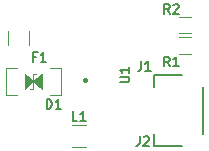
<source format=gto>
G04 #@! TF.GenerationSoftware,KiCad,Pcbnew,(5.1.4)-1*
G04 #@! TF.CreationDate,2022-05-10T00:39:04+09:00*
G04 #@! TF.ProjectId,Unified-Daughterboard,556e6966-6965-4642-9d44-617567687465,C3*
G04 #@! TF.SameCoordinates,Original*
G04 #@! TF.FileFunction,Legend,Top*
G04 #@! TF.FilePolarity,Positive*
%FSLAX46Y46*%
G04 Gerber Fmt 4.6, Leading zero omitted, Abs format (unit mm)*
G04 Created by KiCad (PCBNEW (5.1.4)-1) date 2022-05-10 00:39:04*
%MOMM*%
%LPD*%
G04 APERTURE LIST*
%ADD10C,0.400000*%
%ADD11C,0.120000*%
%ADD12C,0.101600*%
%ADD13C,0.100000*%
%ADD14C,0.150000*%
%ADD15C,0.352000*%
%ADD16R,0.352000X0.652000*%
%ADD17R,0.402000X0.652000*%
%ADD18C,1.352000*%
%ADD19R,0.602000X1.002000*%
%ADD20C,1.102000*%
%ADD21O,1.202000X2.302000*%
%ADD22O,1.402000X2.002000*%
%ADD23C,0.752000*%
%ADD24C,0.702000*%
%ADD25C,0.402000*%
%ADD26C,3.102000*%
%ADD27C,3.602001*%
%ADD28R,1.652000X0.702000*%
%ADD29R,1.902000X1.302000*%
G04 APERTURE END LIST*
D10*
X73502500Y-66743000D02*
G75*
G03X73502500Y-66743000I0J0D01*
G01*
D11*
X73627064Y-70591000D02*
X72422936Y-70591000D01*
X73627064Y-72411000D02*
X72422936Y-72411000D01*
X81502500Y-61463000D02*
X82502500Y-61463000D01*
X82502500Y-62823000D02*
X81502500Y-62823000D01*
X66980500Y-62604936D02*
X66980500Y-63809064D01*
X68800500Y-62604936D02*
X68800500Y-63809064D01*
D12*
X71509500Y-68040000D02*
X70559500Y-68040000D01*
X71509500Y-65740000D02*
X70559500Y-65740000D01*
X71509500Y-65740000D02*
X71509500Y-68040000D01*
X66809500Y-68040000D02*
X67759500Y-68040000D01*
X66809500Y-65740000D02*
X67759500Y-65740000D01*
X66809500Y-68040000D02*
X66809500Y-65740000D01*
D13*
G36*
X69159500Y-66890000D02*
G01*
X69870500Y-66290000D01*
X69870500Y-67490000D01*
X69159500Y-66890000D01*
G37*
X69159500Y-66890000D02*
X69870500Y-66290000D01*
X69870500Y-67490000D01*
X69159500Y-66890000D01*
G36*
X69159500Y-66890000D02*
G01*
X68448500Y-67490000D01*
X68448500Y-66290000D01*
X69159500Y-66890000D01*
G37*
X69159500Y-66890000D02*
X68448500Y-67490000D01*
X68448500Y-66290000D01*
X69159500Y-66890000D01*
D11*
X69159500Y-66255000D02*
X69159500Y-67525000D01*
X69159500Y-67525000D02*
X68905500Y-67525000D01*
X69159500Y-66255000D02*
X69413500Y-66255000D01*
D14*
X79352500Y-72341000D02*
X79352500Y-71341000D01*
X81752500Y-72341000D02*
X79352500Y-72341000D01*
X83552500Y-67341000D02*
X83552500Y-71341000D01*
X79352500Y-66341000D02*
X81752500Y-66341000D01*
X79352500Y-67341000D02*
X79352500Y-66341000D01*
D11*
X82502500Y-64523000D02*
X81502500Y-64523000D01*
X81502500Y-63163000D02*
X82502500Y-63163000D01*
D14*
X76469404Y-66952523D02*
X77117023Y-66952523D01*
X77193214Y-66914428D01*
X77231309Y-66876333D01*
X77269404Y-66800142D01*
X77269404Y-66647761D01*
X77231309Y-66571571D01*
X77193214Y-66533476D01*
X77117023Y-66495380D01*
X76469404Y-66495380D01*
X77269404Y-65695380D02*
X77269404Y-66152523D01*
X77269404Y-65923952D02*
X76469404Y-65923952D01*
X76583690Y-66000142D01*
X76659880Y-66076333D01*
X76697976Y-66152523D01*
X72891666Y-70211904D02*
X72510714Y-70211904D01*
X72510714Y-69411904D01*
X73577380Y-70211904D02*
X73120238Y-70211904D01*
X73348809Y-70211904D02*
X73348809Y-69411904D01*
X73272619Y-69526190D01*
X73196428Y-69602380D01*
X73120238Y-69640476D01*
X80711166Y-61140904D02*
X80444500Y-60759952D01*
X80254023Y-61140904D02*
X80254023Y-60340904D01*
X80558785Y-60340904D01*
X80634976Y-60379000D01*
X80673071Y-60417095D01*
X80711166Y-60493285D01*
X80711166Y-60607571D01*
X80673071Y-60683761D01*
X80634976Y-60721857D01*
X80558785Y-60759952D01*
X80254023Y-60759952D01*
X81015928Y-60417095D02*
X81054023Y-60379000D01*
X81130214Y-60340904D01*
X81320690Y-60340904D01*
X81396880Y-60379000D01*
X81434976Y-60417095D01*
X81473071Y-60493285D01*
X81473071Y-60569476D01*
X81434976Y-60683761D01*
X80977833Y-61140904D01*
X81473071Y-61140904D01*
X69401833Y-64785857D02*
X69135166Y-64785857D01*
X69135166Y-65204904D02*
X69135166Y-64404904D01*
X69516119Y-64404904D01*
X70239928Y-65204904D02*
X69782785Y-65204904D01*
X70011357Y-65204904D02*
X70011357Y-64404904D01*
X69935166Y-64519190D01*
X69858976Y-64595380D01*
X69782785Y-64633476D01*
X70274523Y-69195904D02*
X70274523Y-68395904D01*
X70465000Y-68395904D01*
X70579285Y-68434000D01*
X70655476Y-68510190D01*
X70693571Y-68586380D01*
X70731666Y-68738761D01*
X70731666Y-68853047D01*
X70693571Y-69005428D01*
X70655476Y-69081619D01*
X70579285Y-69157809D01*
X70465000Y-69195904D01*
X70274523Y-69195904D01*
X71493571Y-69195904D02*
X71036428Y-69195904D01*
X71265000Y-69195904D02*
X71265000Y-68395904D01*
X71188809Y-68510190D01*
X71112619Y-68586380D01*
X71036428Y-68624476D01*
X78291833Y-65166904D02*
X78291833Y-65738333D01*
X78253738Y-65852619D01*
X78177547Y-65928809D01*
X78063261Y-65966904D01*
X77987071Y-65966904D01*
X79091833Y-65966904D02*
X78634690Y-65966904D01*
X78863261Y-65966904D02*
X78863261Y-65166904D01*
X78787071Y-65281190D01*
X78710880Y-65357380D01*
X78634690Y-65395476D01*
X78164833Y-71516904D02*
X78164833Y-72088333D01*
X78126738Y-72202619D01*
X78050547Y-72278809D01*
X77936261Y-72316904D01*
X77860071Y-72316904D01*
X78507690Y-71593095D02*
X78545785Y-71555000D01*
X78621976Y-71516904D01*
X78812452Y-71516904D01*
X78888642Y-71555000D01*
X78926738Y-71593095D01*
X78964833Y-71669285D01*
X78964833Y-71745476D01*
X78926738Y-71859761D01*
X78469595Y-72316904D01*
X78964833Y-72316904D01*
X80711166Y-65585904D02*
X80444500Y-65204952D01*
X80254023Y-65585904D02*
X80254023Y-64785904D01*
X80558785Y-64785904D01*
X80634976Y-64824000D01*
X80673071Y-64862095D01*
X80711166Y-64938285D01*
X80711166Y-65052571D01*
X80673071Y-65128761D01*
X80634976Y-65166857D01*
X80558785Y-65204952D01*
X80254023Y-65204952D01*
X81473071Y-65585904D02*
X81015928Y-65585904D01*
X81244500Y-65585904D02*
X81244500Y-64785904D01*
X81168309Y-64900190D01*
X81092119Y-64976380D01*
X81015928Y-65014476D01*
%LPC*%
D13*
G36*
X74019752Y-66402847D02*
G01*
X74036837Y-66405382D01*
X74053591Y-66409579D01*
X74069853Y-66415397D01*
X74085467Y-66422782D01*
X74100281Y-66431661D01*
X74114154Y-66441950D01*
X74126952Y-66453549D01*
X74138551Y-66466347D01*
X74148840Y-66480220D01*
X74157719Y-66495034D01*
X74165104Y-66510648D01*
X74170922Y-66526910D01*
X74175119Y-66543664D01*
X74177654Y-66560749D01*
X74178501Y-66578000D01*
X74178501Y-66878000D01*
X74177654Y-66895251D01*
X74175119Y-66912336D01*
X74170922Y-66929090D01*
X74165104Y-66945352D01*
X74157719Y-66960966D01*
X74148840Y-66975780D01*
X74138551Y-66989653D01*
X74126952Y-67002451D01*
X74114154Y-67014050D01*
X74100281Y-67024339D01*
X74085467Y-67033218D01*
X74069853Y-67040603D01*
X74053591Y-67046421D01*
X74036837Y-67050618D01*
X74019752Y-67053153D01*
X74002501Y-67054000D01*
X74002499Y-67054000D01*
X73985248Y-67053153D01*
X73968163Y-67050618D01*
X73951409Y-67046421D01*
X73935147Y-67040603D01*
X73919533Y-67033218D01*
X73904719Y-67024339D01*
X73890846Y-67014050D01*
X73878048Y-67002451D01*
X73866449Y-66989653D01*
X73856160Y-66975780D01*
X73847281Y-66960966D01*
X73839896Y-66945352D01*
X73834078Y-66929090D01*
X73829881Y-66912336D01*
X73827346Y-66895251D01*
X73826499Y-66878000D01*
X73826499Y-66578000D01*
X73827346Y-66560749D01*
X73829881Y-66543664D01*
X73834078Y-66526910D01*
X73839896Y-66510648D01*
X73847281Y-66495034D01*
X73856160Y-66480220D01*
X73866449Y-66466347D01*
X73878048Y-66453549D01*
X73890846Y-66441950D01*
X73904719Y-66431661D01*
X73919533Y-66422782D01*
X73935147Y-66415397D01*
X73951409Y-66409579D01*
X73968163Y-66405382D01*
X73985248Y-66402847D01*
X74002499Y-66402000D01*
X74002501Y-66402000D01*
X74019752Y-66402847D01*
X74019752Y-66402847D01*
G37*
D15*
X74002500Y-66728000D03*
D16*
X74502500Y-66728000D03*
D17*
X75002500Y-66728000D03*
D16*
X75502500Y-66728000D03*
X76002500Y-66728000D03*
X74502500Y-65958000D03*
X76002500Y-65958000D03*
X75502500Y-65958000D03*
X74002500Y-65958000D03*
D17*
X75002500Y-65958000D03*
D13*
G36*
X72057104Y-70576302D02*
G01*
X72083352Y-70580196D01*
X72109093Y-70586643D01*
X72134078Y-70595583D01*
X72158066Y-70606928D01*
X72180826Y-70620571D01*
X72202140Y-70636378D01*
X72221802Y-70654198D01*
X72239622Y-70673860D01*
X72255429Y-70695174D01*
X72269072Y-70717934D01*
X72280417Y-70741922D01*
X72289357Y-70766907D01*
X72295804Y-70792648D01*
X72299698Y-70818896D01*
X72301000Y-70845400D01*
X72301000Y-72156600D01*
X72299698Y-72183104D01*
X72295804Y-72209352D01*
X72289357Y-72235093D01*
X72280417Y-72260078D01*
X72269072Y-72284066D01*
X72255429Y-72306826D01*
X72239622Y-72328140D01*
X72221802Y-72347802D01*
X72202140Y-72365622D01*
X72180826Y-72381429D01*
X72158066Y-72395072D01*
X72134078Y-72406417D01*
X72109093Y-72415357D01*
X72083352Y-72421804D01*
X72057104Y-72425698D01*
X72030600Y-72427000D01*
X71219400Y-72427000D01*
X71192896Y-72425698D01*
X71166648Y-72421804D01*
X71140907Y-72415357D01*
X71115922Y-72406417D01*
X71091934Y-72395072D01*
X71069174Y-72381429D01*
X71047860Y-72365622D01*
X71028198Y-72347802D01*
X71010378Y-72328140D01*
X70994571Y-72306826D01*
X70980928Y-72284066D01*
X70969583Y-72260078D01*
X70960643Y-72235093D01*
X70954196Y-72209352D01*
X70950302Y-72183104D01*
X70949000Y-72156600D01*
X70949000Y-70845400D01*
X70950302Y-70818896D01*
X70954196Y-70792648D01*
X70960643Y-70766907D01*
X70969583Y-70741922D01*
X70980928Y-70717934D01*
X70994571Y-70695174D01*
X71010378Y-70673860D01*
X71028198Y-70654198D01*
X71047860Y-70636378D01*
X71069174Y-70620571D01*
X71091934Y-70606928D01*
X71115922Y-70595583D01*
X71140907Y-70586643D01*
X71166648Y-70580196D01*
X71192896Y-70576302D01*
X71219400Y-70575000D01*
X72030600Y-70575000D01*
X72057104Y-70576302D01*
X72057104Y-70576302D01*
G37*
D18*
X71625000Y-71501000D03*
D13*
G36*
X74857104Y-70576302D02*
G01*
X74883352Y-70580196D01*
X74909093Y-70586643D01*
X74934078Y-70595583D01*
X74958066Y-70606928D01*
X74980826Y-70620571D01*
X75002140Y-70636378D01*
X75021802Y-70654198D01*
X75039622Y-70673860D01*
X75055429Y-70695174D01*
X75069072Y-70717934D01*
X75080417Y-70741922D01*
X75089357Y-70766907D01*
X75095804Y-70792648D01*
X75099698Y-70818896D01*
X75101000Y-70845400D01*
X75101000Y-72156600D01*
X75099698Y-72183104D01*
X75095804Y-72209352D01*
X75089357Y-72235093D01*
X75080417Y-72260078D01*
X75069072Y-72284066D01*
X75055429Y-72306826D01*
X75039622Y-72328140D01*
X75021802Y-72347802D01*
X75002140Y-72365622D01*
X74980826Y-72381429D01*
X74958066Y-72395072D01*
X74934078Y-72406417D01*
X74909093Y-72415357D01*
X74883352Y-72421804D01*
X74857104Y-72425698D01*
X74830600Y-72427000D01*
X74019400Y-72427000D01*
X73992896Y-72425698D01*
X73966648Y-72421804D01*
X73940907Y-72415357D01*
X73915922Y-72406417D01*
X73891934Y-72395072D01*
X73869174Y-72381429D01*
X73847860Y-72365622D01*
X73828198Y-72347802D01*
X73810378Y-72328140D01*
X73794571Y-72306826D01*
X73780928Y-72284066D01*
X73769583Y-72260078D01*
X73760643Y-72235093D01*
X73754196Y-72209352D01*
X73750302Y-72183104D01*
X73749000Y-72156600D01*
X73749000Y-70845400D01*
X73750302Y-70818896D01*
X73754196Y-70792648D01*
X73760643Y-70766907D01*
X73769583Y-70741922D01*
X73780928Y-70717934D01*
X73794571Y-70695174D01*
X73810378Y-70673860D01*
X73828198Y-70654198D01*
X73847860Y-70636378D01*
X73869174Y-70620571D01*
X73891934Y-70606928D01*
X73915922Y-70595583D01*
X73940907Y-70586643D01*
X73966648Y-70580196D01*
X73992896Y-70576302D01*
X74019400Y-70575000D01*
X74830600Y-70575000D01*
X74857104Y-70576302D01*
X74857104Y-70576302D01*
G37*
D18*
X74425000Y-71501000D03*
D19*
X81252500Y-62143000D03*
X82752500Y-62143000D03*
D13*
G36*
X68572604Y-63932302D02*
G01*
X68598852Y-63936196D01*
X68624593Y-63942643D01*
X68649578Y-63951583D01*
X68673566Y-63962928D01*
X68696326Y-63976571D01*
X68717640Y-63992378D01*
X68737302Y-64010198D01*
X68755122Y-64029860D01*
X68770929Y-64051174D01*
X68784572Y-64073934D01*
X68795917Y-64097922D01*
X68804857Y-64122907D01*
X68811304Y-64148648D01*
X68815198Y-64174896D01*
X68816500Y-64201400D01*
X68816500Y-65012600D01*
X68815198Y-65039104D01*
X68811304Y-65065352D01*
X68804857Y-65091093D01*
X68795917Y-65116078D01*
X68784572Y-65140066D01*
X68770929Y-65162826D01*
X68755122Y-65184140D01*
X68737302Y-65203802D01*
X68717640Y-65221622D01*
X68696326Y-65237429D01*
X68673566Y-65251072D01*
X68649578Y-65262417D01*
X68624593Y-65271357D01*
X68598852Y-65277804D01*
X68572604Y-65281698D01*
X68546100Y-65283000D01*
X67234900Y-65283000D01*
X67208396Y-65281698D01*
X67182148Y-65277804D01*
X67156407Y-65271357D01*
X67131422Y-65262417D01*
X67107434Y-65251072D01*
X67084674Y-65237429D01*
X67063360Y-65221622D01*
X67043698Y-65203802D01*
X67025878Y-65184140D01*
X67010071Y-65162826D01*
X66996428Y-65140066D01*
X66985083Y-65116078D01*
X66976143Y-65091093D01*
X66969696Y-65065352D01*
X66965802Y-65039104D01*
X66964500Y-65012600D01*
X66964500Y-64201400D01*
X66965802Y-64174896D01*
X66969696Y-64148648D01*
X66976143Y-64122907D01*
X66985083Y-64097922D01*
X66996428Y-64073934D01*
X67010071Y-64051174D01*
X67025878Y-64029860D01*
X67043698Y-64010198D01*
X67063360Y-63992378D01*
X67084674Y-63976571D01*
X67107434Y-63962928D01*
X67131422Y-63951583D01*
X67156407Y-63942643D01*
X67182148Y-63936196D01*
X67208396Y-63932302D01*
X67234900Y-63931000D01*
X68546100Y-63931000D01*
X68572604Y-63932302D01*
X68572604Y-63932302D01*
G37*
D18*
X67890500Y-64607000D03*
D13*
G36*
X68572604Y-61132302D02*
G01*
X68598852Y-61136196D01*
X68624593Y-61142643D01*
X68649578Y-61151583D01*
X68673566Y-61162928D01*
X68696326Y-61176571D01*
X68717640Y-61192378D01*
X68737302Y-61210198D01*
X68755122Y-61229860D01*
X68770929Y-61251174D01*
X68784572Y-61273934D01*
X68795917Y-61297922D01*
X68804857Y-61322907D01*
X68811304Y-61348648D01*
X68815198Y-61374896D01*
X68816500Y-61401400D01*
X68816500Y-62212600D01*
X68815198Y-62239104D01*
X68811304Y-62265352D01*
X68804857Y-62291093D01*
X68795917Y-62316078D01*
X68784572Y-62340066D01*
X68770929Y-62362826D01*
X68755122Y-62384140D01*
X68737302Y-62403802D01*
X68717640Y-62421622D01*
X68696326Y-62437429D01*
X68673566Y-62451072D01*
X68649578Y-62462417D01*
X68624593Y-62471357D01*
X68598852Y-62477804D01*
X68572604Y-62481698D01*
X68546100Y-62483000D01*
X67234900Y-62483000D01*
X67208396Y-62481698D01*
X67182148Y-62477804D01*
X67156407Y-62471357D01*
X67131422Y-62462417D01*
X67107434Y-62451072D01*
X67084674Y-62437429D01*
X67063360Y-62421622D01*
X67043698Y-62403802D01*
X67025878Y-62384140D01*
X67010071Y-62362826D01*
X66996428Y-62340066D01*
X66985083Y-62316078D01*
X66976143Y-62291093D01*
X66969696Y-62265352D01*
X66965802Y-62239104D01*
X66964500Y-62212600D01*
X66964500Y-61401400D01*
X66965802Y-61374896D01*
X66969696Y-61348648D01*
X66976143Y-61322907D01*
X66985083Y-61297922D01*
X66996428Y-61273934D01*
X67010071Y-61251174D01*
X67025878Y-61229860D01*
X67043698Y-61210198D01*
X67063360Y-61192378D01*
X67084674Y-61176571D01*
X67107434Y-61162928D01*
X67131422Y-61151583D01*
X67156407Y-61142643D01*
X67182148Y-61136196D01*
X67208396Y-61132302D01*
X67234900Y-61131000D01*
X68546100Y-61131000D01*
X68572604Y-61132302D01*
X68572604Y-61132302D01*
G37*
D18*
X67890500Y-61807000D03*
D13*
G36*
X71112004Y-66240327D02*
G01*
X71138747Y-66244294D01*
X71164973Y-66250863D01*
X71190429Y-66259971D01*
X71214870Y-66271531D01*
X71238060Y-66285430D01*
X71259775Y-66301536D01*
X71279808Y-66319692D01*
X71297964Y-66339725D01*
X71314070Y-66361440D01*
X71327969Y-66384630D01*
X71339529Y-66409071D01*
X71348637Y-66434527D01*
X71355206Y-66460753D01*
X71359173Y-66487496D01*
X71360500Y-66514500D01*
X71360500Y-67265500D01*
X71359173Y-67292504D01*
X71355206Y-67319247D01*
X71348637Y-67345473D01*
X71339529Y-67370929D01*
X71327969Y-67395370D01*
X71314070Y-67418560D01*
X71297964Y-67440275D01*
X71279808Y-67460308D01*
X71259775Y-67478464D01*
X71238060Y-67494570D01*
X71214870Y-67508469D01*
X71190429Y-67520029D01*
X71164973Y-67529137D01*
X71138747Y-67535706D01*
X71112004Y-67539673D01*
X71085000Y-67541000D01*
X70534000Y-67541000D01*
X70506996Y-67539673D01*
X70480253Y-67535706D01*
X70454027Y-67529137D01*
X70428571Y-67520029D01*
X70404130Y-67508469D01*
X70380940Y-67494570D01*
X70359225Y-67478464D01*
X70339192Y-67460308D01*
X70321036Y-67440275D01*
X70304930Y-67418560D01*
X70291031Y-67395370D01*
X70279471Y-67370929D01*
X70270363Y-67345473D01*
X70263794Y-67319247D01*
X70259827Y-67292504D01*
X70258500Y-67265500D01*
X70258500Y-66514500D01*
X70259827Y-66487496D01*
X70263794Y-66460753D01*
X70270363Y-66434527D01*
X70279471Y-66409071D01*
X70291031Y-66384630D01*
X70304930Y-66361440D01*
X70321036Y-66339725D01*
X70339192Y-66319692D01*
X70359225Y-66301536D01*
X70380940Y-66285430D01*
X70404130Y-66271531D01*
X70428571Y-66259971D01*
X70454027Y-66250863D01*
X70480253Y-66244294D01*
X70506996Y-66240327D01*
X70534000Y-66239000D01*
X71085000Y-66239000D01*
X71112004Y-66240327D01*
X71112004Y-66240327D01*
G37*
D20*
X70809500Y-66890000D03*
D13*
G36*
X67812004Y-66240327D02*
G01*
X67838747Y-66244294D01*
X67864973Y-66250863D01*
X67890429Y-66259971D01*
X67914870Y-66271531D01*
X67938060Y-66285430D01*
X67959775Y-66301536D01*
X67979808Y-66319692D01*
X67997964Y-66339725D01*
X68014070Y-66361440D01*
X68027969Y-66384630D01*
X68039529Y-66409071D01*
X68048637Y-66434527D01*
X68055206Y-66460753D01*
X68059173Y-66487496D01*
X68060500Y-66514500D01*
X68060500Y-67265500D01*
X68059173Y-67292504D01*
X68055206Y-67319247D01*
X68048637Y-67345473D01*
X68039529Y-67370929D01*
X68027969Y-67395370D01*
X68014070Y-67418560D01*
X67997964Y-67440275D01*
X67979808Y-67460308D01*
X67959775Y-67478464D01*
X67938060Y-67494570D01*
X67914870Y-67508469D01*
X67890429Y-67520029D01*
X67864973Y-67529137D01*
X67838747Y-67535706D01*
X67812004Y-67539673D01*
X67785000Y-67541000D01*
X67234000Y-67541000D01*
X67206996Y-67539673D01*
X67180253Y-67535706D01*
X67154027Y-67529137D01*
X67128571Y-67520029D01*
X67104130Y-67508469D01*
X67080940Y-67494570D01*
X67059225Y-67478464D01*
X67039192Y-67460308D01*
X67021036Y-67440275D01*
X67004930Y-67418560D01*
X66991031Y-67395370D01*
X66979471Y-67370929D01*
X66970363Y-67345473D01*
X66963794Y-67319247D01*
X66959827Y-67292504D01*
X66958500Y-67265500D01*
X66958500Y-66514500D01*
X66959827Y-66487496D01*
X66963794Y-66460753D01*
X66970363Y-66434527D01*
X66979471Y-66409071D01*
X66991031Y-66384630D01*
X67004930Y-66361440D01*
X67021036Y-66339725D01*
X67039192Y-66319692D01*
X67059225Y-66301536D01*
X67080940Y-66285430D01*
X67104130Y-66271531D01*
X67128571Y-66259971D01*
X67154027Y-66250863D01*
X67180253Y-66244294D01*
X67206996Y-66240327D01*
X67234000Y-66239000D01*
X67785000Y-66239000D01*
X67812004Y-66240327D01*
X67812004Y-66240327D01*
G37*
D20*
X67509500Y-66890000D03*
D21*
X70702500Y-63343000D03*
D22*
X70702500Y-59143000D03*
D23*
X72112500Y-62792000D03*
X77892500Y-62792000D03*
D22*
X79302500Y-59143000D03*
D13*
G36*
X78445202Y-63342845D02*
G01*
X78462238Y-63345372D01*
X78478945Y-63349557D01*
X78495161Y-63355359D01*
X78510730Y-63362723D01*
X78525503Y-63371577D01*
X78539336Y-63381837D01*
X78552097Y-63393403D01*
X78563663Y-63406164D01*
X78573923Y-63419997D01*
X78582777Y-63434770D01*
X78590141Y-63450339D01*
X78595943Y-63466555D01*
X78600128Y-63483262D01*
X78602655Y-63500298D01*
X78603500Y-63517500D01*
X78603500Y-64718500D01*
X78602655Y-64735702D01*
X78600128Y-64752738D01*
X78595943Y-64769445D01*
X78590141Y-64785661D01*
X78582777Y-64801230D01*
X78573923Y-64816003D01*
X78563663Y-64829836D01*
X78552097Y-64842597D01*
X78539336Y-64854163D01*
X78525503Y-64864423D01*
X78510730Y-64873277D01*
X78495161Y-64880641D01*
X78478945Y-64886443D01*
X78462238Y-64890628D01*
X78445202Y-64893155D01*
X78428000Y-64894000D01*
X78077000Y-64894000D01*
X78059798Y-64893155D01*
X78042762Y-64890628D01*
X78026055Y-64886443D01*
X78009839Y-64880641D01*
X77994270Y-64873277D01*
X77979497Y-64864423D01*
X77965664Y-64854163D01*
X77952903Y-64842597D01*
X77941337Y-64829836D01*
X77931077Y-64816003D01*
X77922223Y-64801230D01*
X77914859Y-64785661D01*
X77909057Y-64769445D01*
X77904872Y-64752738D01*
X77902345Y-64735702D01*
X77901500Y-64718500D01*
X77901500Y-63517500D01*
X77902345Y-63500298D01*
X77904872Y-63483262D01*
X77909057Y-63466555D01*
X77914859Y-63450339D01*
X77922223Y-63434770D01*
X77931077Y-63419997D01*
X77941337Y-63406164D01*
X77952903Y-63393403D01*
X77965664Y-63381837D01*
X77979497Y-63371577D01*
X77994270Y-63362723D01*
X78009839Y-63355359D01*
X78026055Y-63349557D01*
X78042762Y-63345372D01*
X78059798Y-63342845D01*
X78077000Y-63342000D01*
X78428000Y-63342000D01*
X78445202Y-63342845D01*
X78445202Y-63342845D01*
G37*
D24*
X78252500Y-64118000D03*
D13*
G36*
X76862851Y-63342484D02*
G01*
X76872607Y-63343931D01*
X76882174Y-63346327D01*
X76891460Y-63349650D01*
X76900375Y-63353867D01*
X76908835Y-63358937D01*
X76916757Y-63364812D01*
X76924064Y-63371436D01*
X76930688Y-63378743D01*
X76936563Y-63386665D01*
X76941633Y-63395125D01*
X76945850Y-63404040D01*
X76949173Y-63413326D01*
X76951569Y-63422893D01*
X76953016Y-63432649D01*
X76953500Y-63442500D01*
X76953500Y-64793500D01*
X76953016Y-64803351D01*
X76951569Y-64813107D01*
X76949173Y-64822674D01*
X76945850Y-64831960D01*
X76941633Y-64840875D01*
X76936563Y-64849335D01*
X76930688Y-64857257D01*
X76924064Y-64864564D01*
X76916757Y-64871188D01*
X76908835Y-64877063D01*
X76900375Y-64882133D01*
X76891460Y-64886350D01*
X76882174Y-64889673D01*
X76872607Y-64892069D01*
X76862851Y-64893516D01*
X76853000Y-64894000D01*
X76652000Y-64894000D01*
X76642149Y-64893516D01*
X76632393Y-64892069D01*
X76622826Y-64889673D01*
X76613540Y-64886350D01*
X76604625Y-64882133D01*
X76596165Y-64877063D01*
X76588243Y-64871188D01*
X76580936Y-64864564D01*
X76574312Y-64857257D01*
X76568437Y-64849335D01*
X76563367Y-64840875D01*
X76559150Y-64831960D01*
X76555827Y-64822674D01*
X76553431Y-64813107D01*
X76551984Y-64803351D01*
X76551500Y-64793500D01*
X76551500Y-63442500D01*
X76551984Y-63432649D01*
X76553431Y-63422893D01*
X76555827Y-63413326D01*
X76559150Y-63404040D01*
X76563367Y-63395125D01*
X76568437Y-63386665D01*
X76574312Y-63378743D01*
X76580936Y-63371436D01*
X76588243Y-63364812D01*
X76596165Y-63358937D01*
X76604625Y-63353867D01*
X76613540Y-63349650D01*
X76622826Y-63346327D01*
X76632393Y-63343931D01*
X76642149Y-63342484D01*
X76652000Y-63342000D01*
X76853000Y-63342000D01*
X76862851Y-63342484D01*
X76862851Y-63342484D01*
G37*
D25*
X76752500Y-64118000D03*
D13*
G36*
X76362851Y-63342484D02*
G01*
X76372607Y-63343931D01*
X76382174Y-63346327D01*
X76391460Y-63349650D01*
X76400375Y-63353867D01*
X76408835Y-63358937D01*
X76416757Y-63364812D01*
X76424064Y-63371436D01*
X76430688Y-63378743D01*
X76436563Y-63386665D01*
X76441633Y-63395125D01*
X76445850Y-63404040D01*
X76449173Y-63413326D01*
X76451569Y-63422893D01*
X76453016Y-63432649D01*
X76453500Y-63442500D01*
X76453500Y-64793500D01*
X76453016Y-64803351D01*
X76451569Y-64813107D01*
X76449173Y-64822674D01*
X76445850Y-64831960D01*
X76441633Y-64840875D01*
X76436563Y-64849335D01*
X76430688Y-64857257D01*
X76424064Y-64864564D01*
X76416757Y-64871188D01*
X76408835Y-64877063D01*
X76400375Y-64882133D01*
X76391460Y-64886350D01*
X76382174Y-64889673D01*
X76372607Y-64892069D01*
X76362851Y-64893516D01*
X76353000Y-64894000D01*
X76152000Y-64894000D01*
X76142149Y-64893516D01*
X76132393Y-64892069D01*
X76122826Y-64889673D01*
X76113540Y-64886350D01*
X76104625Y-64882133D01*
X76096165Y-64877063D01*
X76088243Y-64871188D01*
X76080936Y-64864564D01*
X76074312Y-64857257D01*
X76068437Y-64849335D01*
X76063367Y-64840875D01*
X76059150Y-64831960D01*
X76055827Y-64822674D01*
X76053431Y-64813107D01*
X76051984Y-64803351D01*
X76051500Y-64793500D01*
X76051500Y-63442500D01*
X76051984Y-63432649D01*
X76053431Y-63422893D01*
X76055827Y-63413326D01*
X76059150Y-63404040D01*
X76063367Y-63395125D01*
X76068437Y-63386665D01*
X76074312Y-63378743D01*
X76080936Y-63371436D01*
X76088243Y-63364812D01*
X76096165Y-63358937D01*
X76104625Y-63353867D01*
X76113540Y-63349650D01*
X76122826Y-63346327D01*
X76132393Y-63343931D01*
X76142149Y-63342484D01*
X76152000Y-63342000D01*
X76353000Y-63342000D01*
X76362851Y-63342484D01*
X76362851Y-63342484D01*
G37*
D25*
X76252500Y-64118000D03*
D13*
G36*
X75862851Y-63342484D02*
G01*
X75872607Y-63343931D01*
X75882174Y-63346327D01*
X75891460Y-63349650D01*
X75900375Y-63353867D01*
X75908835Y-63358937D01*
X75916757Y-63364812D01*
X75924064Y-63371436D01*
X75930688Y-63378743D01*
X75936563Y-63386665D01*
X75941633Y-63395125D01*
X75945850Y-63404040D01*
X75949173Y-63413326D01*
X75951569Y-63422893D01*
X75953016Y-63432649D01*
X75953500Y-63442500D01*
X75953500Y-64793500D01*
X75953016Y-64803351D01*
X75951569Y-64813107D01*
X75949173Y-64822674D01*
X75945850Y-64831960D01*
X75941633Y-64840875D01*
X75936563Y-64849335D01*
X75930688Y-64857257D01*
X75924064Y-64864564D01*
X75916757Y-64871188D01*
X75908835Y-64877063D01*
X75900375Y-64882133D01*
X75891460Y-64886350D01*
X75882174Y-64889673D01*
X75872607Y-64892069D01*
X75862851Y-64893516D01*
X75853000Y-64894000D01*
X75652000Y-64894000D01*
X75642149Y-64893516D01*
X75632393Y-64892069D01*
X75622826Y-64889673D01*
X75613540Y-64886350D01*
X75604625Y-64882133D01*
X75596165Y-64877063D01*
X75588243Y-64871188D01*
X75580936Y-64864564D01*
X75574312Y-64857257D01*
X75568437Y-64849335D01*
X75563367Y-64840875D01*
X75559150Y-64831960D01*
X75555827Y-64822674D01*
X75553431Y-64813107D01*
X75551984Y-64803351D01*
X75551500Y-64793500D01*
X75551500Y-63442500D01*
X75551984Y-63432649D01*
X75553431Y-63422893D01*
X75555827Y-63413326D01*
X75559150Y-63404040D01*
X75563367Y-63395125D01*
X75568437Y-63386665D01*
X75574312Y-63378743D01*
X75580936Y-63371436D01*
X75588243Y-63364812D01*
X75596165Y-63358937D01*
X75604625Y-63353867D01*
X75613540Y-63349650D01*
X75622826Y-63346327D01*
X75632393Y-63343931D01*
X75642149Y-63342484D01*
X75652000Y-63342000D01*
X75853000Y-63342000D01*
X75862851Y-63342484D01*
X75862851Y-63342484D01*
G37*
D25*
X75752500Y-64118000D03*
D13*
G36*
X75366851Y-63342484D02*
G01*
X75376607Y-63343931D01*
X75386174Y-63346327D01*
X75395460Y-63349650D01*
X75404375Y-63353867D01*
X75412835Y-63358937D01*
X75420757Y-63364812D01*
X75428064Y-63371436D01*
X75434688Y-63378743D01*
X75440563Y-63386665D01*
X75445633Y-63395125D01*
X75449850Y-63404040D01*
X75453173Y-63413326D01*
X75455569Y-63422893D01*
X75457016Y-63432649D01*
X75457500Y-63442500D01*
X75457500Y-64793500D01*
X75457016Y-64803351D01*
X75455569Y-64813107D01*
X75453173Y-64822674D01*
X75449850Y-64831960D01*
X75445633Y-64840875D01*
X75440563Y-64849335D01*
X75434688Y-64857257D01*
X75428064Y-64864564D01*
X75420757Y-64871188D01*
X75412835Y-64877063D01*
X75404375Y-64882133D01*
X75395460Y-64886350D01*
X75386174Y-64889673D01*
X75376607Y-64892069D01*
X75366851Y-64893516D01*
X75357000Y-64894000D01*
X75156000Y-64894000D01*
X75146149Y-64893516D01*
X75136393Y-64892069D01*
X75126826Y-64889673D01*
X75117540Y-64886350D01*
X75108625Y-64882133D01*
X75100165Y-64877063D01*
X75092243Y-64871188D01*
X75084936Y-64864564D01*
X75078312Y-64857257D01*
X75072437Y-64849335D01*
X75067367Y-64840875D01*
X75063150Y-64831960D01*
X75059827Y-64822674D01*
X75057431Y-64813107D01*
X75055984Y-64803351D01*
X75055500Y-64793500D01*
X75055500Y-63442500D01*
X75055984Y-63432649D01*
X75057431Y-63422893D01*
X75059827Y-63413326D01*
X75063150Y-63404040D01*
X75067367Y-63395125D01*
X75072437Y-63386665D01*
X75078312Y-63378743D01*
X75084936Y-63371436D01*
X75092243Y-63364812D01*
X75100165Y-63358937D01*
X75108625Y-63353867D01*
X75117540Y-63349650D01*
X75126826Y-63346327D01*
X75136393Y-63343931D01*
X75146149Y-63342484D01*
X75156000Y-63342000D01*
X75357000Y-63342000D01*
X75366851Y-63342484D01*
X75366851Y-63342484D01*
G37*
D25*
X75256500Y-64118000D03*
D13*
G36*
X73362851Y-63342484D02*
G01*
X73372607Y-63343931D01*
X73382174Y-63346327D01*
X73391460Y-63349650D01*
X73400375Y-63353867D01*
X73408835Y-63358937D01*
X73416757Y-63364812D01*
X73424064Y-63371436D01*
X73430688Y-63378743D01*
X73436563Y-63386665D01*
X73441633Y-63395125D01*
X73445850Y-63404040D01*
X73449173Y-63413326D01*
X73451569Y-63422893D01*
X73453016Y-63432649D01*
X73453500Y-63442500D01*
X73453500Y-64793500D01*
X73453016Y-64803351D01*
X73451569Y-64813107D01*
X73449173Y-64822674D01*
X73445850Y-64831960D01*
X73441633Y-64840875D01*
X73436563Y-64849335D01*
X73430688Y-64857257D01*
X73424064Y-64864564D01*
X73416757Y-64871188D01*
X73408835Y-64877063D01*
X73400375Y-64882133D01*
X73391460Y-64886350D01*
X73382174Y-64889673D01*
X73372607Y-64892069D01*
X73362851Y-64893516D01*
X73353000Y-64894000D01*
X73152000Y-64894000D01*
X73142149Y-64893516D01*
X73132393Y-64892069D01*
X73122826Y-64889673D01*
X73113540Y-64886350D01*
X73104625Y-64882133D01*
X73096165Y-64877063D01*
X73088243Y-64871188D01*
X73080936Y-64864564D01*
X73074312Y-64857257D01*
X73068437Y-64849335D01*
X73063367Y-64840875D01*
X73059150Y-64831960D01*
X73055827Y-64822674D01*
X73053431Y-64813107D01*
X73051984Y-64803351D01*
X73051500Y-64793500D01*
X73051500Y-63442500D01*
X73051984Y-63432649D01*
X73053431Y-63422893D01*
X73055827Y-63413326D01*
X73059150Y-63404040D01*
X73063367Y-63395125D01*
X73068437Y-63386665D01*
X73074312Y-63378743D01*
X73080936Y-63371436D01*
X73088243Y-63364812D01*
X73096165Y-63358937D01*
X73104625Y-63353867D01*
X73113540Y-63349650D01*
X73122826Y-63346327D01*
X73132393Y-63343931D01*
X73142149Y-63342484D01*
X73152000Y-63342000D01*
X73353000Y-63342000D01*
X73362851Y-63342484D01*
X73362851Y-63342484D01*
G37*
D25*
X73252500Y-64118000D03*
D13*
G36*
X73862851Y-63342484D02*
G01*
X73872607Y-63343931D01*
X73882174Y-63346327D01*
X73891460Y-63349650D01*
X73900375Y-63353867D01*
X73908835Y-63358937D01*
X73916757Y-63364812D01*
X73924064Y-63371436D01*
X73930688Y-63378743D01*
X73936563Y-63386665D01*
X73941633Y-63395125D01*
X73945850Y-63404040D01*
X73949173Y-63413326D01*
X73951569Y-63422893D01*
X73953016Y-63432649D01*
X73953500Y-63442500D01*
X73953500Y-64793500D01*
X73953016Y-64803351D01*
X73951569Y-64813107D01*
X73949173Y-64822674D01*
X73945850Y-64831960D01*
X73941633Y-64840875D01*
X73936563Y-64849335D01*
X73930688Y-64857257D01*
X73924064Y-64864564D01*
X73916757Y-64871188D01*
X73908835Y-64877063D01*
X73900375Y-64882133D01*
X73891460Y-64886350D01*
X73882174Y-64889673D01*
X73872607Y-64892069D01*
X73862851Y-64893516D01*
X73853000Y-64894000D01*
X73652000Y-64894000D01*
X73642149Y-64893516D01*
X73632393Y-64892069D01*
X73622826Y-64889673D01*
X73613540Y-64886350D01*
X73604625Y-64882133D01*
X73596165Y-64877063D01*
X73588243Y-64871188D01*
X73580936Y-64864564D01*
X73574312Y-64857257D01*
X73568437Y-64849335D01*
X73563367Y-64840875D01*
X73559150Y-64831960D01*
X73555827Y-64822674D01*
X73553431Y-64813107D01*
X73551984Y-64803351D01*
X73551500Y-64793500D01*
X73551500Y-63442500D01*
X73551984Y-63432649D01*
X73553431Y-63422893D01*
X73555827Y-63413326D01*
X73559150Y-63404040D01*
X73563367Y-63395125D01*
X73568437Y-63386665D01*
X73574312Y-63378743D01*
X73580936Y-63371436D01*
X73588243Y-63364812D01*
X73596165Y-63358937D01*
X73604625Y-63353867D01*
X73613540Y-63349650D01*
X73622826Y-63346327D01*
X73632393Y-63343931D01*
X73642149Y-63342484D01*
X73652000Y-63342000D01*
X73853000Y-63342000D01*
X73862851Y-63342484D01*
X73862851Y-63342484D01*
G37*
D25*
X73752500Y-64118000D03*
D13*
G36*
X74362851Y-63342484D02*
G01*
X74372607Y-63343931D01*
X74382174Y-63346327D01*
X74391460Y-63349650D01*
X74400375Y-63353867D01*
X74408835Y-63358937D01*
X74416757Y-63364812D01*
X74424064Y-63371436D01*
X74430688Y-63378743D01*
X74436563Y-63386665D01*
X74441633Y-63395125D01*
X74445850Y-63404040D01*
X74449173Y-63413326D01*
X74451569Y-63422893D01*
X74453016Y-63432649D01*
X74453500Y-63442500D01*
X74453500Y-64793500D01*
X74453016Y-64803351D01*
X74451569Y-64813107D01*
X74449173Y-64822674D01*
X74445850Y-64831960D01*
X74441633Y-64840875D01*
X74436563Y-64849335D01*
X74430688Y-64857257D01*
X74424064Y-64864564D01*
X74416757Y-64871188D01*
X74408835Y-64877063D01*
X74400375Y-64882133D01*
X74391460Y-64886350D01*
X74382174Y-64889673D01*
X74372607Y-64892069D01*
X74362851Y-64893516D01*
X74353000Y-64894000D01*
X74152000Y-64894000D01*
X74142149Y-64893516D01*
X74132393Y-64892069D01*
X74122826Y-64889673D01*
X74113540Y-64886350D01*
X74104625Y-64882133D01*
X74096165Y-64877063D01*
X74088243Y-64871188D01*
X74080936Y-64864564D01*
X74074312Y-64857257D01*
X74068437Y-64849335D01*
X74063367Y-64840875D01*
X74059150Y-64831960D01*
X74055827Y-64822674D01*
X74053431Y-64813107D01*
X74051984Y-64803351D01*
X74051500Y-64793500D01*
X74051500Y-63442500D01*
X74051984Y-63432649D01*
X74053431Y-63422893D01*
X74055827Y-63413326D01*
X74059150Y-63404040D01*
X74063367Y-63395125D01*
X74068437Y-63386665D01*
X74074312Y-63378743D01*
X74080936Y-63371436D01*
X74088243Y-63364812D01*
X74096165Y-63358937D01*
X74104625Y-63353867D01*
X74113540Y-63349650D01*
X74122826Y-63346327D01*
X74132393Y-63343931D01*
X74142149Y-63342484D01*
X74152000Y-63342000D01*
X74353000Y-63342000D01*
X74362851Y-63342484D01*
X74362851Y-63342484D01*
G37*
D25*
X74252500Y-64118000D03*
D13*
G36*
X74862851Y-63342484D02*
G01*
X74872607Y-63343931D01*
X74882174Y-63346327D01*
X74891460Y-63349650D01*
X74900375Y-63353867D01*
X74908835Y-63358937D01*
X74916757Y-63364812D01*
X74924064Y-63371436D01*
X74930688Y-63378743D01*
X74936563Y-63386665D01*
X74941633Y-63395125D01*
X74945850Y-63404040D01*
X74949173Y-63413326D01*
X74951569Y-63422893D01*
X74953016Y-63432649D01*
X74953500Y-63442500D01*
X74953500Y-64793500D01*
X74953016Y-64803351D01*
X74951569Y-64813107D01*
X74949173Y-64822674D01*
X74945850Y-64831960D01*
X74941633Y-64840875D01*
X74936563Y-64849335D01*
X74930688Y-64857257D01*
X74924064Y-64864564D01*
X74916757Y-64871188D01*
X74908835Y-64877063D01*
X74900375Y-64882133D01*
X74891460Y-64886350D01*
X74882174Y-64889673D01*
X74872607Y-64892069D01*
X74862851Y-64893516D01*
X74853000Y-64894000D01*
X74652000Y-64894000D01*
X74642149Y-64893516D01*
X74632393Y-64892069D01*
X74622826Y-64889673D01*
X74613540Y-64886350D01*
X74604625Y-64882133D01*
X74596165Y-64877063D01*
X74588243Y-64871188D01*
X74580936Y-64864564D01*
X74574312Y-64857257D01*
X74568437Y-64849335D01*
X74563367Y-64840875D01*
X74559150Y-64831960D01*
X74555827Y-64822674D01*
X74553431Y-64813107D01*
X74551984Y-64803351D01*
X74551500Y-64793500D01*
X74551500Y-63442500D01*
X74551984Y-63432649D01*
X74553431Y-63422893D01*
X74555827Y-63413326D01*
X74559150Y-63404040D01*
X74563367Y-63395125D01*
X74568437Y-63386665D01*
X74574312Y-63378743D01*
X74580936Y-63371436D01*
X74588243Y-63364812D01*
X74596165Y-63358937D01*
X74604625Y-63353867D01*
X74613540Y-63349650D01*
X74622826Y-63346327D01*
X74632393Y-63343931D01*
X74642149Y-63342484D01*
X74652000Y-63342000D01*
X74853000Y-63342000D01*
X74862851Y-63342484D01*
X74862851Y-63342484D01*
G37*
D25*
X74752500Y-64118000D03*
D21*
X79302500Y-63343000D03*
D13*
G36*
X77645202Y-63342845D02*
G01*
X77662238Y-63345372D01*
X77678945Y-63349557D01*
X77695161Y-63355359D01*
X77710730Y-63362723D01*
X77725503Y-63371577D01*
X77739336Y-63381837D01*
X77752097Y-63393403D01*
X77763663Y-63406164D01*
X77773923Y-63419997D01*
X77782777Y-63434770D01*
X77790141Y-63450339D01*
X77795943Y-63466555D01*
X77800128Y-63483262D01*
X77802655Y-63500298D01*
X77803500Y-63517500D01*
X77803500Y-64718500D01*
X77802655Y-64735702D01*
X77800128Y-64752738D01*
X77795943Y-64769445D01*
X77790141Y-64785661D01*
X77782777Y-64801230D01*
X77773923Y-64816003D01*
X77763663Y-64829836D01*
X77752097Y-64842597D01*
X77739336Y-64854163D01*
X77725503Y-64864423D01*
X77710730Y-64873277D01*
X77695161Y-64880641D01*
X77678945Y-64886443D01*
X77662238Y-64890628D01*
X77645202Y-64893155D01*
X77628000Y-64894000D01*
X77277000Y-64894000D01*
X77259798Y-64893155D01*
X77242762Y-64890628D01*
X77226055Y-64886443D01*
X77209839Y-64880641D01*
X77194270Y-64873277D01*
X77179497Y-64864423D01*
X77165664Y-64854163D01*
X77152903Y-64842597D01*
X77141337Y-64829836D01*
X77131077Y-64816003D01*
X77122223Y-64801230D01*
X77114859Y-64785661D01*
X77109057Y-64769445D01*
X77104872Y-64752738D01*
X77102345Y-64735702D01*
X77101500Y-64718500D01*
X77101500Y-63517500D01*
X77102345Y-63500298D01*
X77104872Y-63483262D01*
X77109057Y-63466555D01*
X77114859Y-63450339D01*
X77122223Y-63434770D01*
X77131077Y-63419997D01*
X77141337Y-63406164D01*
X77152903Y-63393403D01*
X77165664Y-63381837D01*
X77179497Y-63371577D01*
X77194270Y-63362723D01*
X77209839Y-63355359D01*
X77226055Y-63349557D01*
X77242762Y-63345372D01*
X77259798Y-63342845D01*
X77277000Y-63342000D01*
X77628000Y-63342000D01*
X77645202Y-63342845D01*
X77645202Y-63342845D01*
G37*
D24*
X77452500Y-64118000D03*
D13*
G36*
X71945202Y-63342845D02*
G01*
X71962238Y-63345372D01*
X71978945Y-63349557D01*
X71995161Y-63355359D01*
X72010730Y-63362723D01*
X72025503Y-63371577D01*
X72039336Y-63381837D01*
X72052097Y-63393403D01*
X72063663Y-63406164D01*
X72073923Y-63419997D01*
X72082777Y-63434770D01*
X72090141Y-63450339D01*
X72095943Y-63466555D01*
X72100128Y-63483262D01*
X72102655Y-63500298D01*
X72103500Y-63517500D01*
X72103500Y-64718500D01*
X72102655Y-64735702D01*
X72100128Y-64752738D01*
X72095943Y-64769445D01*
X72090141Y-64785661D01*
X72082777Y-64801230D01*
X72073923Y-64816003D01*
X72063663Y-64829836D01*
X72052097Y-64842597D01*
X72039336Y-64854163D01*
X72025503Y-64864423D01*
X72010730Y-64873277D01*
X71995161Y-64880641D01*
X71978945Y-64886443D01*
X71962238Y-64890628D01*
X71945202Y-64893155D01*
X71928000Y-64894000D01*
X71577000Y-64894000D01*
X71559798Y-64893155D01*
X71542762Y-64890628D01*
X71526055Y-64886443D01*
X71509839Y-64880641D01*
X71494270Y-64873277D01*
X71479497Y-64864423D01*
X71465664Y-64854163D01*
X71452903Y-64842597D01*
X71441337Y-64829836D01*
X71431077Y-64816003D01*
X71422223Y-64801230D01*
X71414859Y-64785661D01*
X71409057Y-64769445D01*
X71404872Y-64752738D01*
X71402345Y-64735702D01*
X71401500Y-64718500D01*
X71401500Y-63517500D01*
X71402345Y-63500298D01*
X71404872Y-63483262D01*
X71409057Y-63466555D01*
X71414859Y-63450339D01*
X71422223Y-63434770D01*
X71431077Y-63419997D01*
X71441337Y-63406164D01*
X71452903Y-63393403D01*
X71465664Y-63381837D01*
X71479497Y-63371577D01*
X71494270Y-63362723D01*
X71509839Y-63355359D01*
X71526055Y-63349557D01*
X71542762Y-63345372D01*
X71559798Y-63342845D01*
X71577000Y-63342000D01*
X71928000Y-63342000D01*
X71945202Y-63342845D01*
X71945202Y-63342845D01*
G37*
D24*
X71752500Y-64118000D03*
D13*
G36*
X72745202Y-63342845D02*
G01*
X72762238Y-63345372D01*
X72778945Y-63349557D01*
X72795161Y-63355359D01*
X72810730Y-63362723D01*
X72825503Y-63371577D01*
X72839336Y-63381837D01*
X72852097Y-63393403D01*
X72863663Y-63406164D01*
X72873923Y-63419997D01*
X72882777Y-63434770D01*
X72890141Y-63450339D01*
X72895943Y-63466555D01*
X72900128Y-63483262D01*
X72902655Y-63500298D01*
X72903500Y-63517500D01*
X72903500Y-64718500D01*
X72902655Y-64735702D01*
X72900128Y-64752738D01*
X72895943Y-64769445D01*
X72890141Y-64785661D01*
X72882777Y-64801230D01*
X72873923Y-64816003D01*
X72863663Y-64829836D01*
X72852097Y-64842597D01*
X72839336Y-64854163D01*
X72825503Y-64864423D01*
X72810730Y-64873277D01*
X72795161Y-64880641D01*
X72778945Y-64886443D01*
X72762238Y-64890628D01*
X72745202Y-64893155D01*
X72728000Y-64894000D01*
X72377000Y-64894000D01*
X72359798Y-64893155D01*
X72342762Y-64890628D01*
X72326055Y-64886443D01*
X72309839Y-64880641D01*
X72294270Y-64873277D01*
X72279497Y-64864423D01*
X72265664Y-64854163D01*
X72252903Y-64842597D01*
X72241337Y-64829836D01*
X72231077Y-64816003D01*
X72222223Y-64801230D01*
X72214859Y-64785661D01*
X72209057Y-64769445D01*
X72204872Y-64752738D01*
X72202345Y-64735702D01*
X72201500Y-64718500D01*
X72201500Y-63517500D01*
X72202345Y-63500298D01*
X72204872Y-63483262D01*
X72209057Y-63466555D01*
X72214859Y-63450339D01*
X72222223Y-63434770D01*
X72231077Y-63419997D01*
X72241337Y-63406164D01*
X72252903Y-63393403D01*
X72265664Y-63381837D01*
X72279497Y-63371577D01*
X72294270Y-63362723D01*
X72309839Y-63355359D01*
X72326055Y-63349557D01*
X72342762Y-63345372D01*
X72359798Y-63342845D01*
X72377000Y-63342000D01*
X72728000Y-63342000D01*
X72745202Y-63342845D01*
X72745202Y-63342845D01*
G37*
D24*
X72552500Y-64118000D03*
D26*
X68004500Y-58543000D03*
D27*
X82004500Y-58543000D03*
X68002500Y-71043000D03*
D28*
X78977500Y-68841000D03*
X78977500Y-67841000D03*
X78977500Y-69841000D03*
X78977500Y-70841000D03*
D29*
X82852500Y-72141000D03*
X82852500Y-66541000D03*
D19*
X82752500Y-63843000D03*
X81252500Y-63843000D03*
M02*

</source>
